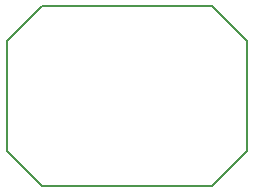
<source format=gko>
G04 DipTrace 2.4.0.2*
%INSDmicro.gko*%
%MOMM*%
%ADD11C,0.14*%
%FSLAX53Y53*%
G04*
G71*
G90*
G75*
G01*
%LNBoardOutline*%
%LPD*%
X10000Y22281D2*
D11*
X12959Y25240D1*
X27361D1*
X30320Y22281D1*
Y12959D1*
X27361Y10000D1*
X12959D1*
X10000Y12959D1*
Y22281D1*
M02*

</source>
